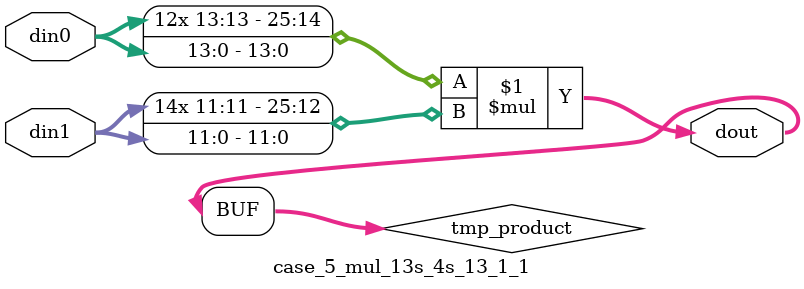
<source format=v>

`timescale 1 ns / 1 ps

 module case_5_mul_13s_4s_13_1_1(din0, din1, dout);
parameter ID = 1;
parameter NUM_STAGE = 0;
parameter din0_WIDTH = 14;
parameter din1_WIDTH = 12;
parameter dout_WIDTH = 26;

input [din0_WIDTH - 1 : 0] din0; 
input [din1_WIDTH - 1 : 0] din1; 
output [dout_WIDTH - 1 : 0] dout;

wire signed [dout_WIDTH - 1 : 0] tmp_product;



























assign tmp_product = $signed(din0) * $signed(din1);








assign dout = tmp_product;





















endmodule

</source>
